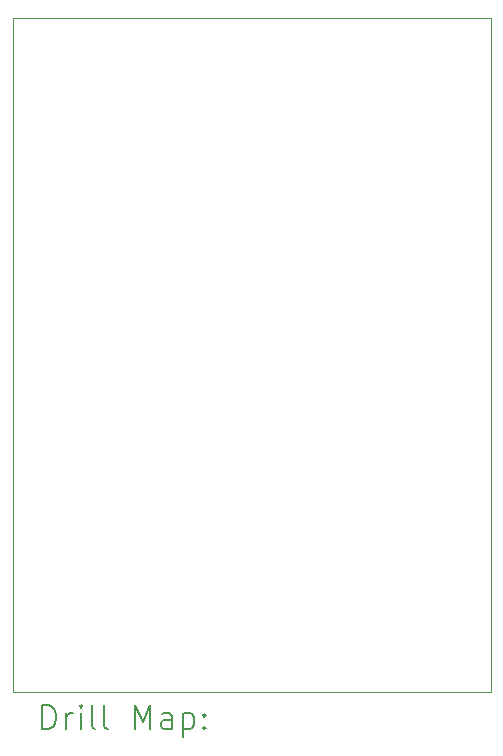
<source format=gbr>
%FSLAX45Y45*%
G04 Gerber Fmt 4.5, Leading zero omitted, Abs format (unit mm)*
G04 Created by KiCad (PCBNEW (6.0.2)) date 2022-07-21 21:07:06*
%MOMM*%
%LPD*%
G01*
G04 APERTURE LIST*
%TA.AperFunction,Profile*%
%ADD10C,0.100000*%
%TD*%
%ADD11C,0.200000*%
G04 APERTURE END LIST*
D10*
X13595024Y-11460000D02*
X17644976Y-11460000D01*
X17644976Y-11460000D02*
X17644976Y-5760000D01*
X17644976Y-5760000D02*
X13595024Y-5760000D01*
X13595024Y-5760000D02*
X13595024Y-11460000D01*
D11*
X13847643Y-11775476D02*
X13847643Y-11575476D01*
X13895262Y-11575476D01*
X13923833Y-11585000D01*
X13942881Y-11604048D01*
X13952405Y-11623095D01*
X13961929Y-11661190D01*
X13961929Y-11689762D01*
X13952405Y-11727857D01*
X13942881Y-11746905D01*
X13923833Y-11765952D01*
X13895262Y-11775476D01*
X13847643Y-11775476D01*
X14047643Y-11775476D02*
X14047643Y-11642143D01*
X14047643Y-11680238D02*
X14057167Y-11661190D01*
X14066691Y-11651667D01*
X14085738Y-11642143D01*
X14104786Y-11642143D01*
X14171452Y-11775476D02*
X14171452Y-11642143D01*
X14171452Y-11575476D02*
X14161929Y-11585000D01*
X14171452Y-11594524D01*
X14180976Y-11585000D01*
X14171452Y-11575476D01*
X14171452Y-11594524D01*
X14295262Y-11775476D02*
X14276214Y-11765952D01*
X14266691Y-11746905D01*
X14266691Y-11575476D01*
X14400024Y-11775476D02*
X14380976Y-11765952D01*
X14371452Y-11746905D01*
X14371452Y-11575476D01*
X14628595Y-11775476D02*
X14628595Y-11575476D01*
X14695262Y-11718333D01*
X14761929Y-11575476D01*
X14761929Y-11775476D01*
X14942881Y-11775476D02*
X14942881Y-11670714D01*
X14933357Y-11651667D01*
X14914310Y-11642143D01*
X14876214Y-11642143D01*
X14857167Y-11651667D01*
X14942881Y-11765952D02*
X14923833Y-11775476D01*
X14876214Y-11775476D01*
X14857167Y-11765952D01*
X14847643Y-11746905D01*
X14847643Y-11727857D01*
X14857167Y-11708809D01*
X14876214Y-11699286D01*
X14923833Y-11699286D01*
X14942881Y-11689762D01*
X15038119Y-11642143D02*
X15038119Y-11842143D01*
X15038119Y-11651667D02*
X15057167Y-11642143D01*
X15095262Y-11642143D01*
X15114310Y-11651667D01*
X15123833Y-11661190D01*
X15133357Y-11680238D01*
X15133357Y-11737381D01*
X15123833Y-11756428D01*
X15114310Y-11765952D01*
X15095262Y-11775476D01*
X15057167Y-11775476D01*
X15038119Y-11765952D01*
X15219072Y-11756428D02*
X15228595Y-11765952D01*
X15219072Y-11775476D01*
X15209548Y-11765952D01*
X15219072Y-11756428D01*
X15219072Y-11775476D01*
X15219072Y-11651667D02*
X15228595Y-11661190D01*
X15219072Y-11670714D01*
X15209548Y-11661190D01*
X15219072Y-11651667D01*
X15219072Y-11670714D01*
M02*

</source>
